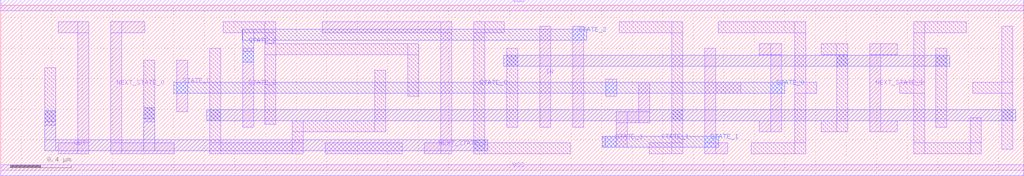
<source format=lef>
VERSION 5.8 ;
BUSBITCHARS "[]" ;
DIVIDERCHAR "/" ;

MACRO fsm_simple_macro
  ORIGIN 0.732 0 ;
  FOREIGN fsm_simple_macro -0.732 0 ;
  SIZE 6.696 BY 1.08 ;
  SYMMETRY X Y ;
  SITE core ;
  PIN VDD
    DIRECTION INOUT ;
    USE POWER ;
    SHAPE ABUTMENT ;
    PORT
      LAYER M1 ;
        RECT -0.732 1.044 5.964 1.116 ;
    END
  END VDD
  PIN VSS
    DIRECTION INOUT ;
    USE GROUND ;
    SHAPE ABUTMENT ;
    PORT
      LAYER M1 ;
        RECT -0.732 -0.036 5.964 0.036 ;
    END
  END VSS
  PIN IN
    DIRECTION INPUT ;
    USE SIGNAL ;
    PORT
      LAYER M1 ;
        RECT 2.796 0.28 2.868 0.944 ;
    END
  END IN
  PIN NEXT_STATE_0
    DIRECTION OUTPUT ;
    USE SIGNAL ;
    PORT
      LAYER M1 ;
        RECT -0.012 0.108 0.404 0.18 ;
        RECT -0.012 0.9 0.208 0.972 ;
        RECT -0.012 0.108 0.06 0.972 ;
    END
  END NEXT_STATE_0
  PIN NEXT_STATE_1
    DIRECTION OUTPUT ;
    USE SIGNAL ;
    PORT
      LAYER M1 ;
        RECT 4.956 0.756 5.136 0.828 ;
        RECT 4.956 0.252 5.136 0.324 ;
        RECT 4.956 0.252 5.028 0.828 ;
    END
  END NEXT_STATE_1
  PIN NEXT_STATE_2
    DIRECTION OUTPUT ;
    USE SIGNAL ;
    PORT
      LAYER M1 ;
        RECT 1.372 0.9 2.22 0.972 ;
        RECT 2.148 0.108 2.22 0.972 ;
        RECT 2.04 0.108 2.22 0.18 ;
    END
  END NEXT_STATE_2
  PIN OUT
    DIRECTION OUTPUT ;
    USE SIGNAL ;
    PORT
      LAYER M1 ;
        RECT -0.356 0.9 -0.156 0.972 ;
        RECT -0.228 0.108 -0.156 0.972 ;
        RECT -0.356 0.108 -0.156 0.18 ;
    END
  END OUT
  PIN STATE_0
    DIRECTION INPUT ;
    USE SIGNAL ;
    PORT
      LAYER M2 ;
        RECT 0.4 0.504 4.4 0.576 ;
      LAYER M1 ;
        RECT 4.232 0.756 4.38 0.828 ;
        RECT 4.308 0.252 4.38 0.828 ;
        RECT 4.232 0.252 4.38 0.324 ;
        RECT 3.228 0.484 3.3 0.596 ;
        RECT 0.42 0.384 0.492 0.72 ;
      LAYER V1 ;
        RECT 0.42 0.504 0.492 0.576 ;
        RECT 3.228 0.504 3.3 0.576 ;
        RECT 4.308 0.504 4.38 0.576 ;
    END
  END STATE_0
  PIN STATE_1
    DIRECTION INPUT ;
    USE SIGNAL ;
    PORT
      LAYER M2 ;
        RECT 3.204 0.152 3.968 0.224 ;
      LAYER M1 ;
        RECT 3.876 0.504 4.112 0.576 ;
        RECT 3.876 0.108 4.024 0.18 ;
        RECT 3.876 0.108 3.948 0.8 ;
        RECT 3.444 0.312 3.516 0.576 ;
        RECT 3.296 0.312 3.516 0.384 ;
        RECT 3.296 0.152 3.368 0.384 ;
        RECT 3.204 0.152 3.368 0.224 ;
      LAYER V1 ;
        RECT 3.224 0.152 3.296 0.224 ;
        RECT 3.876 0.152 3.948 0.224 ;
    END
  END STATE_1
  PIN STATE_2
    DIRECTION INPUT ;
    USE SIGNAL ;
    PORT
      LAYER M2 ;
        RECT 0.848 0.852 3.104 0.924 ;
        RECT 0.852 0.708 0.924 0.924 ;
      LAYER M1 ;
        RECT 3.012 0.28 3.084 0.944 ;
        RECT 0.852 0.28 0.924 0.8 ;
      LAYER V1 ;
        RECT 0.852 0.708 0.924 0.78 ;
        RECT 3.012 0.852 3.084 0.924 ;
    END
  END STATE_2
  OBS
    LAYER M1 ;
      RECT 5.82 0.136 5.892 0.944 ;
      RECT 5.628 0.504 5.892 0.576 ;
      RECT 5.244 0.9 5.588 0.972 ;
      RECT 5.244 0.108 5.316 0.972 ;
      RECT 5.152 0.504 5.316 0.576 ;
      RECT 5.612 0.108 5.684 0.344 ;
      RECT 5.244 0.108 5.684 0.18 ;
      RECT 4.636 0.756 4.812 0.828 ;
      RECT 4.74 0.252 4.812 0.828 ;
      RECT 4.636 0.252 4.812 0.324 ;
      RECT 3.964 0.9 4.536 0.972 ;
      RECT 4.464 0.108 4.536 0.972 ;
      RECT 4.464 0.504 4.608 0.576 ;
      RECT 4.18 0.108 4.536 0.18 ;
      RECT 3.316 0.9 3.732 0.972 ;
      RECT 3.66 0.108 3.732 0.972 ;
      RECT 3.512 0.108 3.732 0.18 ;
      RECT 2.364 0.9 2.564 0.972 ;
      RECT 2.364 0.108 2.436 0.972 ;
      RECT 2.364 0.108 2.996 0.18 ;
      RECT 0.724 0.9 1.068 0.972 ;
      RECT 0.996 0.3 1.068 0.972 ;
      RECT 0.996 0.756 2.004 0.828 ;
      RECT 1.932 0.484 2.004 0.828 ;
      RECT 0.636 0.108 0.708 0.8 ;
      RECT 1.716 0.252 1.788 0.656 ;
      RECT 1.176 0.252 1.788 0.324 ;
      RECT 1.176 0.108 1.248 0.324 ;
      RECT 0.636 0.108 1.248 0.18 ;
      RECT 5.388 0.28 5.46 0.8 ;
      RECT 2.58 0.28 2.652 0.8 ;
      RECT 1.392 0.108 1.896 0.18 ;
      RECT 0.204 0.316 0.276 0.72 ;
      RECT -0.444 0.296 -0.372 0.672 ;
    LAYER M2 ;
      RECT 0.204 0.128 0.276 0.408 ;
      RECT -0.444 0.128 -0.372 0.388 ;
      RECT -0.444 0.128 2.456 0.2 ;
      RECT 0.616 0.324 5.912 0.396 ;
      RECT 2.56 0.68 5.48 0.752 ;
    LAYER V1 ;
      RECT 5.82 0.324 5.892 0.396 ;
      RECT 5.388 0.68 5.46 0.752 ;
      RECT 4.74 0.68 4.812 0.752 ;
      RECT 3.66 0.324 3.732 0.396 ;
      RECT 2.58 0.68 2.652 0.752 ;
      RECT 2.364 0.128 2.436 0.2 ;
      RECT 0.636 0.324 0.708 0.396 ;
      RECT 0.204 0.336 0.276 0.408 ;
      RECT -0.444 0.316 -0.372 0.388 ;
  END
END fsm_simple_macro

END LIBRARY

</source>
